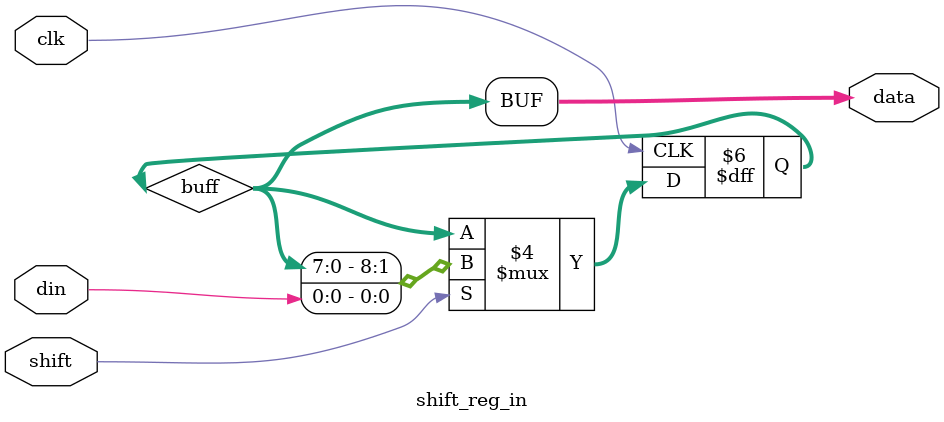
<source format=v>
`timescale 1ns / 1ps


module shift_reg_in(
        output wire [8:0] data,
        input din,
        input shift,
        input clk
    );
    
    assign data = buff;
    reg [8:0] buff;
    
    always @(posedge clk)
        if (shift)
            buff = {buff[7:0], din};
    
        
    initial buff = 9'b111111111;
 
endmodule

</source>
